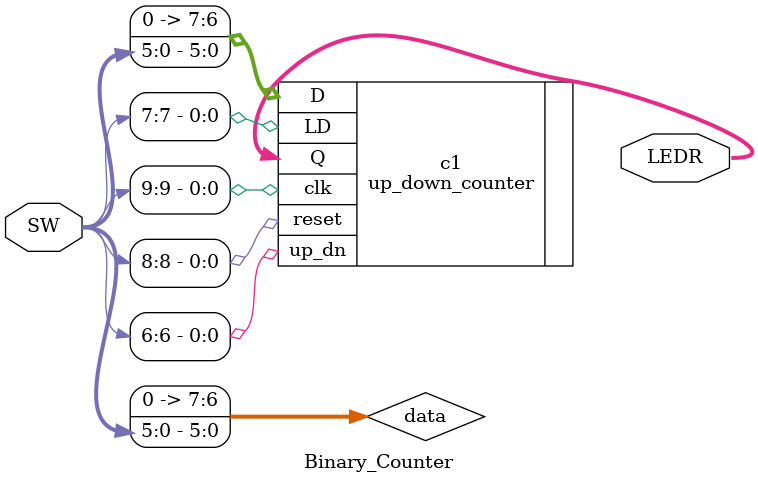
<source format=v>
module Binary_Counter(
	input [9:0] SW,
	output [7:0] LEDR
	);
	
	// the board only has ten switches, tie D7 and D6 inputs to 0 
	wire [7:0] data = {2'b00, SW[5:0]}; 
	
	up_down_counter c1 (
		.clk(SW[9]),
		.up_dn(SW[6]),
		.LD(SW[7]),
		.reset(SW[8]),
		.D(data),
		.Q(LEDR)
		);
		
endmodule  // sync_counter
</source>
